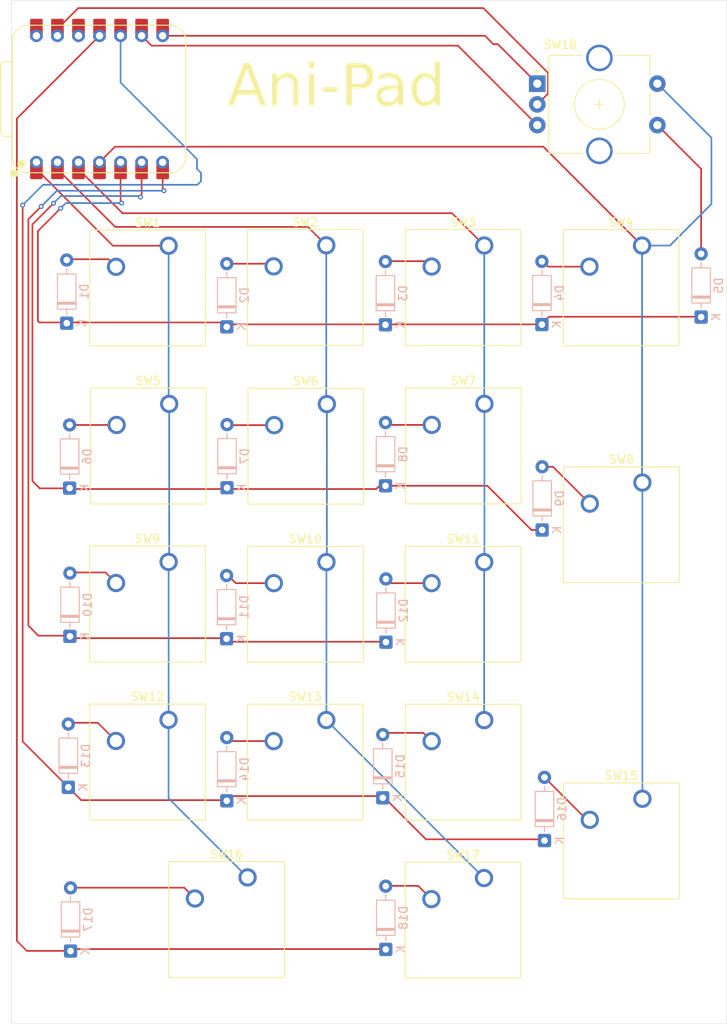
<source format=kicad_pcb>
(kicad_pcb (version 20241229) (generator "pcbnew") (generator_version "9.0")
  (layers (0 "F.Cu" signal) (2 "B.Cu" signal) (13 "F.Paste" user) (15 "B.Paste" user) (5 "F.SilkS" user "F.Silkscreen") (7 "B.SilkS" user "B.Silkscreen") (1 "F.Mask" user) (3 "B.Mask" user) (25 "Edge.Cuts" user))
  (net 0 "")
  (net 1 "Row0")
  (net 2 "Net-(D1-A)")
  (net 3 "Net-(D2-A)")
  (net 4 "Net-(D3-A)")
  (net 5 "Net-(D4-A)")
  (net 6 "Net-(D5-A)")
  (net 7 "Row1")
  (net 8 "Net-(D6-A)")
  (net 9 "Net-(D7-A)")
  (net 10 "Net-(D8-A)")
  (net 11 "Row2")
  (net 12 "Net-(D9-A)")
  (net 13 "Net-(D10-A)")
  (net 14 "Net-(D11-A)")
  (net 15 "Row3")
  (net 16 "Net-(D12-A)")
  (net 17 "Net-(D13-A)")
  (net 18 "Net-(D14-A)")
  (net 19 "Net-(D15-A)")
  (net 20 "Net-(D16-A)")
  (net 21 "Row4")
  (net 22 "Net-(D17-A)")
  (net 23 "Net-(D18-A)")
  (net 24 "Col0")
  (net 25 "Col1")
  (net 26 "Col2")
  (net 27 "Col3")
  (net 28 "RE0")
  (net 29 "GND")
  (net 30 "RE1")
  (net 32 "+5V")
  (footprint "Button_Switch_Keyboard:SW_Cherry_MX_2.00u_Vertical_PCB" (layer "F.Cu") (at 117.18 72.88)
    (property "Reference" "SW8" (at -2.54 -2.794 0) (layer "F.SilkS"))
    (property "Value" "SW_Push")
    (pad "" np_thru_hole circle (at -9.54 -6.82) (size 3.05 3.05) (drill 3.05) (layers "*.Cu" "*.Mask"))
    (pad "" np_thru_hole circle (at -9.54 16.98) (size 3.05 3.05) (drill 3.05) (layers "*.Cu" "*.Mask"))
    (pad "" np_thru_hole circle (at -7.62 5.08) (size 1.7 1.7) (drill 1.7) (layers "*.Cu" "*.Mask"))
    (pad "" np_thru_hole circle (at -2.54 5.08) (size 4 4) (drill 4) (layers "*.Cu" "*.Mask"))
    (pad "" np_thru_hole circle (at 2.54 5.08) (size 1.7 1.7) (drill 1.7) (layers "*.Cu" "*.Mask"))
    (pad "" np_thru_hole circle (at 5.7 -6.82) (size 4 4) (drill 4) (layers "*.Cu" "*.Mask"))
    (pad "" np_thru_hole circle (at 5.7 16.98) (size 4 4) (drill 4) (layers "*.Cu" "*.Mask"))
    (pad "1" thru_hole circle (at 0 0) (size 2.2 2.2) (drill 1.5) (layers "*.Cu" "*.Mask") (net 27 "Col3"))
    (pad "2" thru_hole circle (at -6.35 2.54) (size 2.2 2.2) (drill 1.5) (layers "*.Cu" "*.Mask") (net 12 "Net-(D9-A)"))
  )
  (footprint "Button_Switch_Keyboard:SW_Cherry_MX_1.00u_PCB" (layer "F.Cu") (at 98.09 101.52)
    (property "Reference" "SW14" (at -2.54 -2.794 0) (layer "F.SilkS"))
    (property "Value" "SW_Push")
    (pad "" np_thru_hole circle (at -7.62 5.08) (size 1.7 1.7) (drill 1.7) (layers "*.Cu" "*.Mask"))
    (pad "" np_thru_hole circle (at -2.54 5.08) (size 4 4) (drill 4) (layers "*.Cu" "*.Mask"))
    (pad "" np_thru_hole circle (at 2.54 5.08) (size 1.7 1.7) (drill 1.7) (layers "*.Cu" "*.Mask"))
    (pad "1" thru_hole circle (at 0 0) (size 2.2 2.2) (drill 1.5) (layers "*.Cu" "*.Mask") (net 26 "Col2"))
    (pad "2" thru_hole circle (at -6.35 2.54) (size 2.2 2.2) (drill 1.5) (layers "*.Cu" "*.Mask") (net 19 "Net-(D15-A)"))
  )
  (footprint "Rotary_Encoder:RotaryEncoder_Alps_EC11E-Switch_Vertical_H20mm_CircularMountingHoles" (layer "F.Cu") (at 104.49 24.79)
    (property "Reference" "SW18" (at 2.8 -4.7 0) (layer "F.SilkS"))
    (property "Value" "RotaryEncoder_Switch")
    (pad "A" thru_hole rect (at 0 0) (size 2 2) (drill 1) (layers "*.Cu" "*.Mask") (net 30 "RE1"))
    (pad "B" thru_hole circle (at 0 5) (size 2 2) (drill 1) (layers "*.Cu" "*.Mask") (net 28 "RE0"))
    (pad "C" thru_hole circle (at 0 2.5) (size 2 2) (drill 1) (layers "*.Cu" "*.Mask") (net 29 "GND"))
    (pad "MP" thru_hole circle (at 7.5 -3.1) (size 3.2 3.2) (drill 2.6) (layers "*.Cu" "*.Mask"))
    (pad "MP" thru_hole circle (at 7.5 8.1) (size 3.2 3.2) (drill 2.6) (layers "*.Cu" "*.Mask"))
    (pad "S1" thru_hole circle (at 14.5 5) (size 2 2) (drill 1) (layers "*.Cu" "*.Mask") (net 6 "Net-(D5-A)"))
    (pad "S2" thru_hole circle (at 14.5 0) (size 2 2) (drill 1) (layers "*.Cu" "*.Mask") (net 27 "Col3"))
  )
  (footprint "Button_Switch_Keyboard:SW_Cherry_MX_1.00u_PCB" (layer "F.Cu") (at 79.04 82.47)
    (property "Reference" "SW10" (at -2.54 -2.794 0) (layer "F.SilkS"))
    (property "Value" "SW_Push")
    (pad "" np_thru_hole circle (at -7.62 5.08) (size 1.7 1.7) (drill 1.7) (layers "*.Cu" "*.Mask"))
    (pad "" np_thru_hole circle (at -2.54 5.08) (size 4 4) (drill 4) (layers "*.Cu" "*.Mask"))
    (pad "" np_thru_hole circle (at 2.54 5.08) (size 1.7 1.7) (drill 1.7) (layers "*.Cu" "*.Mask"))
    (pad "1" thru_hole circle (at 0 0) (size 2.2 2.2) (drill 1.5) (layers "*.Cu" "*.Mask") (net 25 "Col1"))
    (pad "2" thru_hole circle (at -6.35 2.54) (size 2.2 2.2) (drill 1.5) (layers "*.Cu" "*.Mask") (net 14 "Net-(D11-A)"))
  )
  (footprint "Button_Switch_Keyboard:SW_Cherry_MX_1.00u_PCB" (layer "F.Cu") (at 98.11 63.39)
    (property "Reference" "SW7" (at -2.54 -2.794 0) (layer "F.SilkS"))
    (property "Value" "SW_Push")
    (pad "" np_thru_hole circle (at -7.62 5.08) (size 1.7 1.7) (drill 1.7) (layers "*.Cu" "*.Mask"))
    (pad "" np_thru_hole circle (at -2.54 5.08) (size 4 4) (drill 4) (layers "*.Cu" "*.Mask"))
    (pad "" np_thru_hole circle (at 2.54 5.08) (size 1.7 1.7) (drill 1.7) (layers "*.Cu" "*.Mask"))
    (pad "1" thru_hole circle (at 0 0) (size 2.2 2.2) (drill 1.5) (layers "*.Cu" "*.Mask") (net 26 "Col2"))
    (pad "2" thru_hole circle (at -6.35 2.54) (size 2.2 2.2) (drill 1.5) (layers "*.Cu" "*.Mask") (net 10 "Net-(D8-A)"))
  )
  (footprint "Button_Switch_Keyboard:SW_Cherry_MX_1.00u_PCB" (layer "F.Cu") (at 98.09 44.3)
    (property "Reference" "SW3" (at -2.54 -2.794 0) (layer "F.SilkS"))
    (property "Value" "SW_Push")
    (pad "" np_thru_hole circle (at -7.62 5.08) (size 1.7 1.7) (drill 1.7) (layers "*.Cu" "*.Mask"))
    (pad "" np_thru_hole circle (at -2.54 5.08) (size 4 4) (drill 4) (layers "*.Cu" "*.Mask"))
    (pad "" np_thru_hole circle (at 2.54 5.08) (size 1.7 1.7) (drill 1.7) (layers "*.Cu" "*.Mask"))
    (pad "1" thru_hole circle (at 0 0) (size 2.2 2.2) (drill 1.5) (layers "*.Cu" "*.Mask") (net 26 "Col2"))
    (pad "2" thru_hole circle (at -6.35 2.54) (size 2.2 2.2) (drill 1.5) (layers "*.Cu" "*.Mask") (net 4 "Net-(D3-A)"))
  )
  (footprint "Button_Switch_Keyboard:SW_Cherry_MX_1.00u_PCB" (layer "F.Cu") (at 79.02 101.51)
    (property "Reference" "SW13" (at -2.54 -2.794 0) (layer "F.SilkS"))
    (property "Value" "SW_Push")
    (pad "" np_thru_hole circle (at -7.62 5.08) (size 1.7 1.7) (drill 1.7) (layers "*.Cu" "*.Mask"))
    (pad "" np_thru_hole circle (at -2.54 5.08) (size 4 4) (drill 4) (layers "*.Cu" "*.Mask"))
    (pad "" np_thru_hole circle (at 2.54 5.08) (size 1.7 1.7) (drill 1.7) (layers "*.Cu" "*.Mask"))
    (pad "1" thru_hole circle (at 0 0) (size 2.2 2.2) (drill 1.5) (layers "*.Cu" "*.Mask") (net 25 "Col1"))
    (pad "2" thru_hole circle (at -6.35 2.54) (size 2.2 2.2) (drill 1.5) (layers "*.Cu" "*.Mask") (net 18 "Net-(D14-A)"))
  )
  (footprint "Button_Switch_Keyboard:SW_Cherry_MX_1.00u_PCB" (layer "F.Cu") (at 79.02 44.28)
    (property "Reference" "SW2" (at -2.54 -2.794 0) (layer "F.SilkS"))
    (property "Value" "SW_Push")
    (pad "" np_thru_hole circle (at -7.62 5.08) (size 1.7 1.7) (drill 1.7) (layers "*.Cu" "*.Mask"))
    (pad "" np_thru_hole circle (at -2.54 5.08) (size 4 4) (drill 4) (layers "*.Cu" "*.Mask"))
    (pad "" np_thru_hole circle (at 2.54 5.08) (size 1.7 1.7) (drill 1.7) (layers "*.Cu" "*.Mask"))
    (pad "1" thru_hole circle (at 0 0) (size 2.2 2.2) (drill 1.5) (layers "*.Cu" "*.Mask") (net 25 "Col1"))
    (pad "2" thru_hole circle (at -6.35 2.54) (size 2.2 2.2) (drill 1.5) (layers "*.Cu" "*.Mask") (net 3 "Net-(D2-A)"))
  )
  (footprint "Button_Switch_Keyboard:SW_Cherry_MX_2.00u_PCB" (layer "F.Cu") (at 69.52 120.4825)
    (property "Reference" "SW16" (at -2.54 -2.794 0) (layer "F.SilkS"))
    (property "Value" "SW_Push")
    (pad "" np_thru_hole circle (at -14.44 -1.92) (size 3.05 3.05) (drill 3.05) (layers "*.Cu" "*.Mask"))
    (pad "" np_thru_hole circle (at -14.44 13.32) (size 4 4) (drill 4) (layers "*.Cu" "*.Mask"))
    (pad "" np_thru_hole circle (at -7.62 5.08) (size 1.7 1.7) (drill 1.7) (layers "*.Cu" "*.Mask"))
    (pad "" np_thru_hole circle (at -2.54 5.08) (size 4 4) (drill 4) (layers "*.Cu" "*.Mask"))
    (pad "" np_thru_hole circle (at 2.54 5.08) (size 1.7 1.7) (drill 1.7) (layers "*.Cu" "*.Mask"))
    (pad "" np_thru_hole circle (at 9.36 -1.92) (size 3.05 3.05) (drill 3.05) (layers "*.Cu" "*.Mask"))
    (pad "" np_thru_hole circle (at 9.36 13.32) (size 4 4) (drill 4) (layers "*.Cu" "*.Mask"))
    (pad "1" thru_hole circle (at 0 0) (size 2.2 2.2) (drill 1.5) (layers "*.Cu" "*.Mask") (net 24 "Col0"))
    (pad "2" thru_hole circle (at -6.35 2.54) (size 2.2 2.2) (drill 1.5) (layers "*.Cu" "*.Mask") (net 22 "Net-(D17-A)"))
  )
  (footprint "OPL:XIAO-RP2040-DIP" (layer "F.Cu") (at 51.65 26.64 90)
    (property "Reference" "U1" (hide yes))
    (property "Value" "XIAO-RP2040-DIP")
    (pad "1" smd roundrect (at -8.455 -7.62 270) (size 2.432 1.524) (layers "F.Cu" "F.Mask") (roundrect_rratio 0.1) (net 24 "Col0"))
    (pad "1" thru_hole circle (at -7.62 -7.62 270) (size 1.524 1.524) (drill 0.889) (layers "*.Cu" "*.Mask") (net 24 "Col0"))
    (pad "2" smd roundrect (at -8.455 -5.08 270) (size 2.432 1.524) (layers "F.Cu" "F.Mask") (roundrect_rratio 0.1) (net 25 "Col1"))
    (pad "2" thru_hole circle (at -7.62 -5.08 270) (size 1.524 1.524) (drill 0.889) (layers "*.Cu" "*.Mask") (net 25 "Col1"))
    (pad "3" smd roundrect (at -8.455 -2.54 270) (size 2.432 1.524) (layers "F.Cu" "F.Mask") (roundrect_rratio 0.1) (net 26 "Col2"))
    (pad "3" thru_hole circle (at -7.62 -2.54 270) (size 1.524 1.524) (drill 0.889) (layers "*.Cu" "*.Mask") (net 26 "Col2"))
    (pad "4" smd roundrect (at -8.455 0 270) (size 2.432 1.524) (layers "F.Cu" "F.Mask") (roundrect_rratio 0.1) (net 27 "Col3"))
    (pad "4" thru_hole circle (at -7.62 0 270) (size 1.524 1.524) (drill 0.889) (layers "*.Cu" "*.Mask") (net 27 "Col3"))
    (pad "5" smd roundrect (at -8.455 2.54 270) (size 2.432 1.524) (layers "F.Cu" "F.Mask") (roundrect_rratio 0.1) (net 1 "Row0"))
    (pad "5" thru_hole circle (at -7.62 2.54 270) (size 1.524 1.524) (drill 0.889) (layers "*.Cu" "*.Mask") (net 1 "Row0"))
    (pad "6" smd roundrect (at -8.455 5.08 270) (size 2.432 1.524) (layers "F.Cu" "F.Mask") (roundrect_rratio 0.1) (net 7 "Row1"))
    (pad "6" thru_hole circle (at -7.62 5.08 270) (size 1.524 1.524) (drill 0.889) (layers "*.Cu" "*.Mask") (net 7 "Row1"))
    (pad "7" smd roundrect (at -8.455 7.62 270) (size 2.432 1.524) (layers "F.Cu" "F.Mask") (roundrect_rratio 0.1) (net 11 "Row2"))
    (pad "7" thru_hole circle (at -7.62 7.62 270) (size 1.524 1.524) (drill 0.889) (layers "*.Cu" "*.Mask") (net 11 "Row2"))
    (pad "8" thru_hole circle (at 7.62 7.62 90) (size 1.524 1.524) (drill 0.889) (layers "*.Cu" "*.Mask") (net 30 "RE1"))
    (pad "8" smd roundrect (at 8.455 7.62 90) (size 2.432 1.524) (layers "F.Cu" "F.Mask") (roundrect_rratio 0.1) (net 30 "RE1"))
    (pad "9" thru_hole circle (at 7.62 5.08 90) (size 1.524 1.524) (drill 0.889) (layers "*.Cu" "*.Mask") (net 28 "RE0"))
    (pad "9" smd roundrect (at 8.455 5.08 90) (size 2.432 1.524) (layers "F.Cu" "F.Mask") (roundrect_rratio 0.1) (net 28 "RE0"))
    (pad "10" thru_hole circle (at 7.62 2.54 90) (size 1.524 1.524) (drill 0.889) (layers "*.Cu" "*.Mask") (net 15 "Row3"))
    (pad "10" smd roundrect (at 8.455 2.54 90) (size 2.432 1.524) (layers "F.Cu" "F.Mask") (roundrect_rratio 0.1) (net 15 "Row3"))
    (pad "11" thru_hole circle (at 7.62 0 90) (size 1.524 1.524) (drill 0.889) (layers "*.Cu" "*.Mask") (net 21 "Row4"))
    (pad "11" smd roundrect (at 8.455 0 90) (size 2.432 1.524) (layers "F.Cu" "F.Mask") (roundrect_rratio 0.1) (net 21 "Row4"))
    (pad "12" thru_hole circle (at 7.62 -2.54 90) (size 1.524 1.524) (drill 0.889) (layers "*.Cu" "*.Mask"))
    (pad "12" smd roundrect (at 8.455 -2.54 90) (size 2.432 1.524) (layers "F.Cu" "F.Mask") (roundrect_rratio 0.1))
    (pad "13" thru_hole circle (at 7.62 -5.08 90) (size 1.524 1.524) (drill 0.889) (layers "*.Cu" "*.Mask") (net 29 "GND"))
    (pad "13" smd roundrect (at 8.455 -5.08 90) (size 2.432 1.524) (layers "F.Cu" "F.Mask") (roundrect_rratio 0.1) (net 29 "GND"))
    (pad "14" thru_hole circle (at 7.62 -7.62 90) (size 1.524 1.524) (drill 0.889) (layers "*.Cu" "*.Mask") (net 32 "+5V"))
    (pad "14" smd roundrect (at 8.455 -7.62 90) (size 2.432 1.524) (layers "F.Cu" "F.Mask") (roundrect_rratio 0.1) (net 32 "+5V"))
  )
  (footprint "Button_Switch_Keyboard:SW_Cherry_MX_1.00u_PCB" (layer "F.Cu") (at 117.14 44.31)
    (property "Reference" "SW4" (at -2.54 -2.794 0) (layer "F.SilkS"))
    (property "Value" "SW_Push")
    (pad "" np_thru_hole circle (at -7.62 5.08) (size 1.7 1.7) (drill 1.7) (layers "*.Cu" "*.Mask"))
    (pad "" np_thru_hole circle (at -2.54 5.08) (size 4 4) (drill 4) (layers "*.Cu" "*.Mask"))
    (pad "" np_thru_hole circle (at 2.54 5.08) (size 1.7 1.7) (drill 1.7) (layers "*.Cu" "*.Mask"))
    (pad "1" thru_hole circle (at 0 0) (size 2.2 2.2) (drill 1.5) (layers "*.Cu" "*.Mask") (net 27 "Col3"))
    (pad "2" thru_hole circle (at -6.35 2.54) (size 2.2 2.2) (drill 1.5) (layers "*.Cu" "*.Mask") (net 5 "Net-(D4-A)"))
  )
  (footprint "Button_Switch_Keyboard:SW_Cherry_MX_2.00u_Vertical_PCB" (layer "F.Cu") (at 117.18 111)
    (property "Reference" "SW15" (at -2.54 -2.794 0) (layer "F.SilkS"))
    (property "Value" "SW_Push")
    (pad "" np_thru_hole circle (at -9.54 -6.82) (size 3.05 3.05) (drill 3.05) (layers "*.Cu" "*.Mask"))
    (pad "" np_thru_hole circle (at -9.54 16.98) (size 3.05 3.05) (drill 3.05) (layers "*.Cu" "*.Mask"))
    (pad "" np_thru_hole circle (at -7.62 5.08) (size 1.7 1.7) (drill 1.7) (layers "*.Cu" "*.Mask"))
    (pad "" np_thru_hole circle (at -2.54 5.08) (size 4 4) (drill 4) (layers "*.Cu" "*.Mask"))
    (pad "" np_thru_hole circle (at 2.54 5.08) (size 1.7 1.7) (drill 1.7) (layers "*.Cu" "*.Mask"))
    (pad "" np_thru_hole circle (at 5.7 -6.82) (size 4 4) (drill 4) (layers "*.Cu" "*.Mask"))
    (pad "" np_thru_hole circle (at 5.7 16.98) (size 4 4) (drill 4) (layers "*.Cu" "*.Mask"))
    (pad "1" thru_hole circle (at 0 0) (size 2.2 2.2) (drill 1.5) (layers "*.Cu" "*.Mask") (net 27 "Col3"))
    (pad "2" thru_hole circle (at -6.35 2.54) (size 2.2 2.2) (drill 1.5) (layers "*.Cu" "*.Mask") (net 20 "Net-(D16-A)"))
  )
  (footprint "Button_Switch_Keyboard:SW_Cherry_MX_1.00u_PCB" (layer "F.Cu") (at 59.99 44.33)
    (property "Reference" "SW1" (at -2.54 -2.794 0) (layer "F.SilkS"))
    (property "Value" "SW_Push")
    (pad "" np_thru_hole circle (at -7.62 5.08) (size 1.7 1.7) (drill 1.7) (layers "*.Cu" "*.Mask"))
    (pad "" np_thru_hole circle (at -2.54 5.08) (size 4 4) (drill 4) (layers "*.Cu" "*.Mask"))
    (pad "" np_thru_hole circle (at 2.54 5.08) (size 1.7 1.7) (drill 1.7) (layers "*.Cu" "*.Mask"))
    (pad "1" thru_hole circle (at 0 0) (size 2.2 2.2) (drill 1.5) (layers "*.Cu" "*.Mask") (net 24 "Col0"))
    (pad "2" thru_hole circle (at -6.35 2.54) (size 2.2 2.2) (drill 1.5) (layers "*.Cu" "*.Mask") (net 2 "Net-(D1-A)"))
  )
  (footprint "Button_Switch_Keyboard:SW_Cherry_MX_1.00u_PCB" (layer "F.Cu") (at 98.08 82.47)
    (property "Reference" "SW11" (at -2.54 -2.794 0) (layer "F.SilkS"))
    (property "Value" "SW_Push")
    (pad "" np_thru_hole circle (at -7.62 5.08) (size 1.7 1.7) (drill 1.7) (layers "*.Cu" "*.Mask"))
    (pad "" np_thru_hole circle (at -2.54 5.08) (size 4 4) (drill 4) (layers "*.Cu" "*.Mask"))
    (pad "" np_thru_hole circle (at 2.54 5.08) (size 1.7 1.7) (drill 1.7) (layers "*.Cu" "*.Mask"))
    (pad "1" thru_hole circle (at 0 0) (size 2.2 2.2) (drill 1.5) (layers "*.Cu" "*.Mask") (net 26 "Col2"))
    (pad "2" thru_hole circle (at -6.35 2.54) (size 2.2 2.2) (drill 1.5) (layers "*.Cu" "*.Mask") (net 16 "Net-(D12-A)"))
  )
  (footprint "Button_Switch_Keyboard:SW_Cherry_MX_1.00u_PCB" (layer "F.Cu") (at 79.09 63.42)
    (property "Reference" "SW6" (at -2.54 -2.794 0) (layer "F.SilkS"))
    (property "Value" "SW_Push")
    (pad "" np_thru_hole circle (at -7.62 5.08) (size 1.7 1.7) (drill 1.7) (layers "*.Cu" "*.Mask"))
    (pad "" np_thru_hole circle (at -2.54 5.08) (size 4 4) (drill 4) (layers "*.Cu" "*.Mask"))
    (pad "" np_thru_hole circle (at 2.54 5.08) (size 1.7 1.7) (drill 1.7) (layers "*.Cu" "*.Mask"))
    (pad "1" thru_hole circle (at 0 0) (size 2.2 2.2) (drill 1.5) (layers "*.Cu" "*.Mask") (net 25 "Col1"))
    (pad "2" thru_hole circle (at -6.35 2.54) (size 2.2 2.2) (drill 1.5) (layers "*.Cu" "*.Mask") (net 9 "Net-(D7-A)"))
  )
  (footprint "Button_Switch_Keyboard:SW_Cherry_MX_1.00u_PCB" (layer "F.Cu") (at 59.98 101.49)
    (property "Reference" "SW12" (at -2.54 -2.794 0) (layer "F.SilkS"))
    (property "Value" "SW_Push")
    (pad "" np_thru_hole circle (at -7.62 5.08) (size 1.7 1.7) (drill 1.7) (layers "*.Cu" "*.Mask"))
    (pad "" np_thru_hole circle (at -2.54 5.08) (size 4 4) (drill 4) (layers "*.Cu" "*.Mask"))
    (pad "" np_thru_hole circle (at 2.54 5.08) (size 1.7 1.7) (drill 1.7) (layers "*.Cu" "*.Mask"))
    (pad "1" thru_hole circle (at 0 0) (size 2.2 2.2) (drill 1.5) (layers "*.Cu" "*.Mask") (net 24 "Col0"))
    (pad "2" thru_hole circle (at -6.35 2.54) (size 2.2 2.2) (drill 1.5) (layers "*.Cu" "*.Mask") (net 17 "Net-(D13-A)"))
  )
  (footprint "Button_Switch_Keyboard:SW_Cherry_MX_1.00u_PCB" (layer "F.Cu") (at 98.06 120.56)
    (property "Reference" "SW17" (at -2.54 -2.794 0) (layer "F.SilkS"))
    (property "Value" "SW_Push")
    (pad "" np_thru_hole circle (at -7.62 5.08) (size 1.7 1.7) (drill 1.7) (layers "*.Cu" "*.Mask"))
    (pad "" np_thru_hole circle (at -2.54 5.08) (size 4 4) (drill 4) (layers "*.Cu" "*.Mask"))
    (pad "" np_thru_hole circle (at 2.54 5.08) (size 1.7 1.7) (drill 1.7) (layers "*.Cu" "*.Mask"))
    (pad "1" thru_hole circle (at 0 0) (size 2.2 2.2) (drill 1.5) (layers "*.Cu" "*.Mask") (net 25 "Col1"))
    (pad "2" thru_hole circle (at -6.35 2.54) (size 2.2 2.2) (drill 1.5) (layers "*.Cu" "*.Mask") (net 23 "Net-(D18-A)"))
  )
  (footprint "Button_Switch_Keyboard:SW_Cherry_MX_1.00u_PCB" (layer "F.Cu") (at 59.99 82.45)
    (property "Reference" "SW9" (at -2.54 -2.794 0) (layer "F.SilkS"))
    (property "Value" "SW_Push")
    (pad "" np_thru_hole circle (at -7.62 5.08) (size 1.7 1.7) (drill 1.7) (layers "*.Cu" "*.Mask"))
    (pad "" np_thru_hole circle (at -2.54 5.08) (size 4 4) (drill 4) (layers "*.Cu" "*.Mask"))
    (pad "" np_thru_hole circle (at 2.54 5.08) (size 1.7 1.7) (drill 1.7) (layers "*.Cu" "*.Mask"))
    (pad "1" thru_hole circle (at 0 0) (size 2.2 2.2) (drill 1.5) (layers "*.Cu" "*.Mask") (net 24 "Col0"))
    (pad "2" thru_hole circle (at -6.35 2.54) (size 2.2 2.2) (drill 1.5) (layers "*.Cu" "*.Mask") (net 13 "Net-(D10-A)"))
  )
  (footprint "Button_Switch_Keyboard:SW_Cherry_MX_1.00u_PCB" (layer "F.Cu") (at 60.06 63.4)
    (property "Reference" "SW5" (at -2.54 -2.794 0) (layer "F.SilkS"))
    (property "Value" "SW_Push")
    (pad "" np_thru_hole circle (at -7.62 5.08) (size 1.7 1.7) (drill 1.7) (layers "*.Cu" "*.Mask"))
    (pad "" np_thru_hole circle (at -2.54 5.08) (size 4 4) (drill 4) (layers "*.Cu" "*.Mask"))
    (pad "" np_thru_hole circle (at 2.54 5.08) (size 1.7 1.7) (drill 1.7) (layers "*.Cu" "*.Mask"))
    (pad "1" thru_hole circle (at 0 0) (size 2.2 2.2) (drill 1.5) (layers "*.Cu" "*.Mask") (net 24 "Col0"))
    (pad "2" thru_hole circle (at -6.35 2.54) (size 2.2 2.2) (drill 1.5) (layers "*.Cu" "*.Mask") (net 8 "Net-(D6-A)"))
  )
  (footprint "Diode_THT:D_DO-35_SOD27_P7.62mm_Horizontal" (layer "B.Cu") (at 86.2 129.16 90)
    (property "Reference" "D18" (at 3.81 2.12 90) (layer "B.SilkS") (effects (justify mirror)))
    (property "Value" "1N4148")
    (fp_text user "K" (at 0 1.8 90) (layer "B.SilkS") (effects (justify mirror)))
    (pad "1" thru_hole roundrect (at 0 0 90) (size 1.6 1.6) (drill 0.8) (layers "*.Cu" "*.Mask") (roundrect_rratio 0.15625) (net 21 "Row4"))
    (pad "2" thru_hole circle (at 7.62 0 90) (size 1.6 1.6) (drill 0.8) (layers "*.Cu" "*.Mask") (net 23 "Net-(D18-A)"))
  )
  (footprint "Diode_THT:D_DO-35_SOD27_P7.62mm_Horizontal" (layer "B.Cu") (at 85.84 110.89 90)
    (property "Reference" "D15" (at 3.81 2.12 90) (layer "B.SilkS") (effects (justify mirror)))
    (property "Value" "1N4148")
    (fp_text user "K" (at 0 1.8 90) (layer "B.SilkS") (effects (justify mirror)))
    (pad "1" thru_hole roundrect (at 0 0 90) (size 1.6 1.6) (drill 0.8) (layers "*.Cu" "*.Mask") (roundrect_rratio 0.15625) (net 15 "Row3"))
    (pad "2" thru_hole circle (at 7.62 0 90) (size 1.6 1.6) (drill 0.8) (layers "*.Cu" "*.Mask") (net 19 "Net-(D15-A)"))
  )
  (footprint "Diode_THT:D_DO-35_SOD27_P7.62mm_Horizontal" (layer "B.Cu") (at 86.22 92.12 90)
    (property "Reference" "D12" (at 3.81 2.12 90) (layer "B.SilkS") (effects (justify mirror)))
    (property "Value" "1N4148")
    (fp_text user "K" (at 0 1.8 90) (layer "B.SilkS") (effects (justify mirror)))
    (pad "1" thru_hole roundrect (at 0 0 90) (size 1.6 1.6) (drill 0.8) (layers "*.Cu" "*.Mask") (roundrect_rratio 0.15625) (net 11 "Row2"))
    (pad "2" thru_hole circle (at 7.62 0 90) (size 1.6 1.6) (drill 0.8) (layers "*.Cu" "*.Mask") (net 16 "Net-(D12-A)"))
  )
  (footprint "Diode_THT:D_DO-35_SOD27_P7.62mm_Horizontal" (layer "B.Cu") (at 48.08 91.42 90)
    (property "Reference" "D10" (at 3.81 2.12 90) (layer "B.SilkS") (effects (justify mirror)))
    (property "Value" "1N4148")
    (fp_text user "K" (at 0 1.8 90) (layer "B.SilkS") (effects (justify mirror)))
    (pad "1" thru_hole roundrect (at 0 0 90) (size 1.6 1.6) (drill 0.8) (layers "*.Cu" "*.Mask") (roundrect_rratio 0.15625) (net 11 "Row2"))
    (pad "2" thru_hole circle (at 7.62 0 90) (size 1.6 1.6) (drill 0.8) (layers "*.Cu" "*.Mask") (net 13 "Net-(D10-A)"))
  )
  (footprint "Diode_THT:D_DO-35_SOD27_P7.62mm_Horizontal" (layer "B.Cu") (at 105.05 53.84 90)
    (property "Reference" "D4" (at 3.81 2.12 90) (layer "B.SilkS") (effects (justify mirror)))
    (property "Value" "1N4148")
    (fp_text user "K" (at 0 1.8 90) (layer "B.SilkS") (effects (justify mirror)))
    (pad "1" thru_hole roundrect (at 0 0 90) (size 1.6 1.6) (drill 0.8) (layers "*.Cu" "*.Mask") (roundrect_rratio 0.15625) (net 1 "Row0"))
    (pad "2" thru_hole circle (at 7.62 0 90) (size 1.6 1.6) (drill 0.8) (layers "*.Cu" "*.Mask") (net 5 "Net-(D4-A)"))
  )
  (footprint "Diode_THT:D_DO-35_SOD27_P7.62mm_Horizontal" (layer "B.Cu") (at 47.88 109.62 90)
    (property "Reference" "D13" (at 3.81 2.12 90) (layer "B.SilkS") (effects (justify mirror)))
    (property "Value" "1N4148")
    (fp_text user "K" (at 0 1.8 90) (layer "B.SilkS") (effects (justify mirror)))
    (pad "1" thru_hole roundrect (at 0 0 90) (size 1.6 1.6) (drill 0.8) (layers "*.Cu" "*.Mask") (roundrect_rratio 0.15625) (net 15 "Row3"))
    (pad "2" thru_hole circle (at 7.62 0 90) (size 1.6 1.6) (drill 0.8) (layers "*.Cu" "*.Mask") (net 17 "Net-(D13-A)"))
  )
  (footprint "Diode_THT:D_DO-35_SOD27_P7.62mm_Horizontal" (layer "B.Cu") (at 67.01 111.25 90)
    (property "Reference" "D14" (at 3.81 2.12 90) (layer "B.SilkS") (effects (justify mirror)))
    (property "Value" "1N4148")
    (fp_text user "K" (at 0 1.8 90) (layer "B.SilkS") (effects (justify mirror)))
    (pad "1" thru_hole roundrect (at 0 0 90) (size 1.6 1.6) (drill 0.8) (layers "*.Cu" "*.Mask") (roundrect_rratio 0.15625) (net 15 "Row3"))
    (pad "2" thru_hole circle (at 7.62 0 90) (size 1.6 1.6) (drill 0.8) (layers "*.Cu" "*.Mask") (net 18 "Net-(D14-A)"))
  )
  (footprint "Diode_THT:D_DO-35_SOD27_P7.62mm_Horizontal" (layer "B.Cu") (at 67.04 73.51 90)
    (property "Reference" "D7" (at 3.81 2.12 90) (layer "B.SilkS") (effects (justify mirror)))
    (property "Value" "1N4148")
    (fp_text user "K" (at 0 1.8 90) (layer "B.SilkS") (effects (justify mirror)))
    (pad "1" thru_hole roundrect (at 0 0 90) (size 1.6 1.6) (drill 0.8) (layers "*.Cu" "*.Mask") (roundrect_rratio 0.15625) (net 7 "Row1"))
    (pad "2" thru_hole circle (at 7.62 0 90) (size 1.6 1.6) (drill 0.8) (layers "*.Cu" "*.Mask") (net 9 "Net-(D7-A)"))
  )
  (footprint "Diode_THT:D_DO-35_SOD27_P7.62mm_Horizontal" (layer "B.Cu") (at 48.04 73.55 90)
    (property "Reference" "D6" (at 3.81 2.12 90) (layer "B.SilkS") (effects (justify mirror)))
    (property "Value" "1N4148")
    (fp_text user "K" (at 0 1.8 90) (layer "B.SilkS") (effects (justify mirror)))
    (pad "1" thru_hole roundrect (at 0 0 90) (size 1.6 1.6) (drill 0.8) (layers "*.Cu" "*.Mask") (roundrect_rratio 0.15625) (net 7 "Row1"))
    (pad "2" thru_hole circle (at 7.62 0 90) (size 1.6 1.6) (drill 0.8) (layers "*.Cu" "*.Mask") (net 8 "Net-(D6-A)"))
  )
  (footprint "Diode_THT:D_DO-35_SOD27_P7.62mm_Horizontal" (layer "B.Cu") (at 86.16 53.86 90)
    (property "Reference" "D3" (at 3.81 2.12 90) (layer "B.SilkS") (effects (justify mirror)))
    (property "Value" "1N4148")
    (fp_text user "K" (at 0 1.8 90) (layer "B.SilkS") (effects (justify mirror)))
    (pad "1" thru_hole roundrect (at 0 0 90) (size 1.6 1.6) (drill 0.8) (layers "*.Cu" "*.Mask") (roundrect_rratio 0.15625) (net 1 "Row0"))
    (pad "2" thru_hole circle (at 7.62 0 90) (size 1.6 1.6) (drill 0.8) (layers "*.Cu" "*.Mask") (net 4 "Net-(D3-A)"))
  )
  (footprint "Diode_THT:D_DO-35_SOD27_P7.62mm_Horizontal" (layer "B.Cu") (at 86.17 73.27 90)
    (property "Reference" "D8" (at 3.81 2.12 90) (layer "B.SilkS") (effects (justify mirror)))
    (property "Value" "1N4148")
    (fp_text user "K" (at 0 1.8 90) (layer "B.SilkS") (effects (justify mirror)))
    (pad "1" thru_hole roundrect (at 0 0 90) (size 1.6 1.6) (drill 0.8) (layers "*.Cu" "*.Mask") (roundrect_rratio 0.15625) (net 7 "Row1"))
    (pad "2" thru_hole circle (at 7.62 0 90) (size 1.6 1.6) (drill 0.8) (layers "*.Cu" "*.Mask") (net 10 "Net-(D8-A)"))
  )
  (footprint "Diode_THT:D_DO-35_SOD27_P7.62mm_Horizontal" (layer "B.Cu") (at 67.01 54.11 90)
    (property "Reference" "D2" (at 3.81 2.12 90) (layer "B.SilkS") (effects (justify mirror)))
    (property "Value" "1N4148")
    (fp_text user "K" (at 0 1.8 90) (layer "B.SilkS") (effects (justify mirror)))
    (pad "1" thru_hole roundrect (at 0 0 90) (size 1.6 1.6) (drill 0.8) (layers "*.Cu" "*.Mask") (roundrect_rratio 0.15625) (net 1 "Row0"))
    (pad "2" thru_hole circle (at 7.62 0 90) (size 1.6 1.6) (drill 0.8) (layers "*.Cu" "*.Mask") (net 3 "Net-(D2-A)"))
  )
  (footprint "Diode_THT:D_DO-35_SOD27_P7.62mm_Horizontal" (layer "B.Cu") (at 105.36 116.04 90)
    (property "Reference" "D16" (at 3.81 2.12 90) (layer "B.SilkS") (effects (justify mirror)))
    (property "Value" "1N4148")
    (fp_text user "K" (at 0 1.8 90) (layer "B.SilkS") (effects (justify mirror)))
    (pad "1" thru_hole roundrect (at 0 0 90) (size 1.6 1.6) (drill 0.8) (layers "*.Cu" "*.Mask") (roundrect_rratio 0.15625) (net 15 "Row3"))
    (pad "2" thru_hole circle (at 7.62 0 90) (size 1.6 1.6) (drill 0.8) (layers "*.Cu" "*.Mask") (net 20 "Net-(D16-A)"))
  )
  (footprint "Diode_THT:D_DO-35_SOD27_P7.62mm_Horizontal" (layer "B.Cu") (at 48.15 129.36 90)
    (property "Reference" "D17" (at 3.81 2.12 90) (layer "B.SilkS") (effects (justify mirror)))
    (property "Value" "1N4148")
    (fp_text user "K" (at 0 1.8 90) (layer "B.SilkS") (effects (justify mirror)))
    (pad "1" thru_hole roundrect (at 0 0 90) (size 1.6 1.6) (drill 0.8) (layers "*.Cu" "*.Mask") (roundrect_rratio 0.15625) (net 21 "Row4"))
    (pad "2" thru_hole circle (at 7.62 0 90) (size 1.6 1.6) (drill 0.8) (layers "*.Cu" "*.Mask") (net 22 "Net-(D17-A)"))
  )
  (footprint "Diode_THT:D_DO-35_SOD27_P7.62mm_Horizontal" (layer "B.Cu") (at 105.08 78.6 90)
    (property "Reference" "D9" (at 3.81 2.12 90) (layer "B.SilkS") (effects (justify mirror)))
    (property "Value" "1N4148")
    (fp_text user "K" (at 0 1.8 90) (layer "B.SilkS") (effects (justify mirror)))
    (pad "1" thru_hole roundrect (at 0 0 90) (size 1.6 1.6) (drill 0.8) (layers "*.Cu" "*.Mask") (roundrect_rratio 0.15625) (net 7 "Row1"))
    (pad "2" thru_hole circle (at 7.62 0 90) (size 1.6 1.6) (drill 0.8) (layers "*.Cu" "*.Mask") (net 12 "Net-(D9-A)"))
  )
  (footprint "Diode_THT:D_DO-35_SOD27_P7.62mm_Horizontal" (layer "B.Cu") (at 47.69 53.67 90)
    (property "Reference" "D1" (at 3.81 2.12 90) (layer "B.SilkS") (effects (justify mirror)))
    (property "Value" "1N4148")
    (fp_text user "K" (at 0 1.8 90) (layer "B.SilkS") (effects (justify mirror)))
    (pad "1" thru_hole roundrect (at 0 0 90) (size 1.6 1.6) (drill 0.8) (layers "*.Cu" "*.Mask") (roundrect_rratio 0.15625) (net 1 "Row0"))
    (pad "2" thru_hole circle (at 7.62 0 90) (size 1.6 1.6) (drill 0.8) (layers "*.Cu" "*.Mask") (net 2 "Net-(D1-A)"))
  )
  (footprint "Diode_THT:D_DO-35_SOD27_P7.62mm_Horizontal" (layer "B.Cu") (at 124.27 52.93 90)
    (property "Reference" "D5" (at 3.81 2.12 90) (layer "B.SilkS") (effects (justify mirror)))
    (property "Value" "1N4148")
    (fp_text user "K" (at 0 1.8 90) (layer "B.SilkS") (effects (justify mirror)))
    (pad "1" thru_hole roundrect (at 0 0 90) (size 1.6 1.6) (drill 0.8) (layers "*.Cu" "*.Mask") (roundrect_rratio 0.15625) (net 1 "Row0"))
    (pad "2" thru_hole circle (at 7.62 0 90) (size 1.6 1.6) (drill 0.8) (layers "*.Cu" "*.Mask") (net 6 "Net-(D5-A)"))
  )
  (footprint "Diode_THT:D_DO-35_SOD27_P7.62mm_Horizontal" (layer "B.Cu") (at 66.99 91.71 90)
    (property "Reference" "D11" (at 3.81 2.12 90) (layer "B.SilkS") (effects (justify mirror)))
    (property "Value" "1N4148")
    (fp_text user "K" (at 0 1.8 90) (layer "B.SilkS") (effects (justify mirror)))
    (pad "1" thru_hole roundrect (at 0 0 90) (size 1.6 1.6) (drill 0.8) (layers "*.Cu" "*.Mask") (roundrect_rratio 0.15625) (net 11 "Row2"))
    (pad "2" thru_hole circle (at 7.62 0 90) (size 1.6 1.6) (drill 0.8) (layers "*.Cu" "*.Mask") (net 14 "Net-(D11-A)"))
  )
  (gr_rect (start 41.03 14.73) (end 127.37 138.13) (stroke (width 0.05)) (fill no) (layer "Edge.Cuts"))
  (gr_text "Ani-Pad" (at 67.05 28.28 0) (layer "F.SilkS") (effects (font (size 5 5) (thickness 0.5)) (justify left bottom)))
  (segment (start 54.19 39.06) (end 54.19 34.26) (width 0.2) (layer "F.Cu") (net 1))
  (segment (start 104.75 53.81) (end 86.01 53.81) (width 0.2) (layer "F.Cu") (net 1))
  (segment (start 54.32 39.19) (end 54.19 39.06) (width 0.2) (layer "F.Cu") (net 1))
  (segment (start 66.18 53.58) (end 66.72 54.12) (width 0.2) (layer "F.Cu") (net 1))
  (segment (start 44.38 53.58) (end 44.21 53.41) (width 0.2) (layer "F.Cu") (net 1))
  (segment (start 86.01 53.81) (end 67.03 53.81) (width 0.2) (layer "F.Cu") (net 1))
  (segment (start 104.83 53.73) (end 104.75 53.81) (width 0.2) (layer "F.Cu") (net 1))
  (segment (start 105.07 53.73) (end 104.83 53.73) (width 0.2) (layer "F.Cu") (net 1))
  (segment (start 67.03 53.81) (end 66.72 54.12) (width 0.2) (layer "F.Cu") (net 1))
  (segment (start 47.58 53.58) (end 66.18 53.58) (width 0.2) (layer "F.Cu") (net 1))
  (segment (start 47.58 53.58) (end 44.38 53.58) (width 0.2) (layer "F.Cu") (net 1))
  (segment (start 44.21 53.41) (end 44.21 42.56) (width 0.2) (layer "F.Cu") (net 1))
  (segment (start 105.91 52.89) (end 105.07 53.73) (width 0.2) (layer "F.Cu") (net 1))
  (segment (start 44.21 42.56) (end 46.96 39.81) (width 0.2) (layer "F.Cu") (net 1))
  (segment (start 124.37 52.89) (end 105.91 52.89) (width 0.2) (layer "F.Cu") (net 1))
  (via (at 54.32 39.19) (size 0.6) (drill 0.3) (layers "F.Cu" "B.Cu") (net 1))
  (via (at 46.96 39.81) (size 0.6) (drill 0.3) (layers "F.Cu" "B.Cu") (net 1))
  (segment (start 46.96 39.81) (end 47.58 39.19) (width 0.2) (layer "B.Cu") (net 1))
  (segment (start 47.58 39.19) (end 54.32 39.19) (width 0.2) (layer "B.Cu") (net 1))
  (segment (start 47.58 45.96) (end 52.73 45.96) (width 0.2) (layer "F.Cu") (net 2))
  (segment (start 52.73 45.96) (end 53.64 46.87) (width 0.2) (layer "F.Cu") (net 2))
  (segment (start 66.72 46.5) (end 72.35 46.5) (width 0.2) (layer "F.Cu") (net 3))
  (segment (start 72.35 46.5) (end 72.67 46.82) (width 0.2) (layer "F.Cu") (net 3))
  (segment (start 91.09 46.19) (end 91.74 46.84) (width 0.2) (layer "F.Cu") (net 4))
  (segment (start 86.01 46.19) (end 91.09 46.19) (width 0.2) (layer "F.Cu") (net 4))
  (segment (start 105.81 46.85) (end 105.07 46.11) (width 0.2) (layer "F.Cu") (net 5))
  (segment (start 110.79 46.85) (end 105.81 46.85) (width 0.2) (layer "F.Cu") (net 5))
  (segment (start 124.27 35.07) (end 124.27 45.31) (width 0.2) (layer "F.Cu") (net 6))
  (segment (start 118.99 29.79) (end 124.27 35.07) (width 0.2) (layer "F.Cu") (net 6))
  (segment (start 47.74 73.66) (end 47.66 73.58) (width 0.2) (layer "F.Cu") (net 7))
  (segment (start 85.79 72.92) (end 85.05 73.66) (width 0.2) (layer "F.Cu") (net 7))
  (segment (start 44.44 73.58) (end 43.55 72.69) (width 0.2) (layer "F.Cu") (net 7))
  (segment (start 47.66 73.58) (end 44.44 73.58) (width 0.2) (layer "F.Cu") (net 7))
  (segment (start 85.99 72.92) (end 85.79 72.92) (width 0.2) (layer "F.Cu") (net 7))
  (segment (start 103.79 78.6) (end 98.46 73.27) (width 0.2) (layer "F.Cu") (net 7))
  (segment (start 67.19 73.66) (end 47.74 73.66) (width 0.2) (layer "F.Cu") (net 7))
  (segment (start 56.73 34.26) (end 56.73 38.33) (width 0.2) (layer "F.Cu") (net 7))
  (segment (start 43.55 72.69) (end 43.55 41.76) (width 0.2) (layer "F.Cu") (net 7))
  (segment (start 98.46 73.27) (end 86.17 73.27) (width 0.2) (layer "F.Cu") (net 7))
  (segment (start 85.05 73.66) (end 67.19 73.66) (width 0.2) (layer "F.Cu") (net 7))
  (segment (start 56.73 38.33) (end 56.6 38.46) (width 0.2) (layer "F.Cu") (net 7))
  (segment (start 105.08 78.6) (end 103.79 78.6) (width 0.2) (layer "F.Cu") (net 7))
  (segment (start 43.55 41.76) (end 46.1 39.21) (width 0.2) (layer "F.Cu") (net 7))
  (via (at 56.6 38.46) (size 0.6) (drill 0.3) (layers "F.Cu" "B.Cu") (net 7))
  (via (at 46.1 39.21) (size 0.6) (drill 0.3) (layers "F.Cu" "B.Cu") (net 7))
  (segment (start 46.1 39.21) (end 46.97 38.34) (width 0.2) (layer "B.Cu") (net 7))
  (segment (start 46.97 38.34) (end 56.48 38.34) (width 0.2) (layer "B.Cu") (net 7))
  (segment (start 56.48 38.34) (end 56.6 38.46) (width 0.2) (layer "B.Cu") (net 7))
  (segment (start 53.71 65.94) (end 47.68 65.94) (width 0.2) (layer "F.Cu") (net 8))
  (segment (start 47.68 65.94) (end 47.66 65.96) (width 0.2) (layer "F.Cu") (net 8))
  (segment (start 72.74 65.96) (end 67.27 65.96) (width 0.2) (layer "F.Cu") (net 9))
  (segment (start 67.27 65.96) (end 67.19 66.04) (width 0.2) (layer "F.Cu") (net 9))
  (segment (start 91.76 65.93) (end 86.62 65.93) (width 0.2) (layer "F.Cu") (net 10))
  (segment (start 86.62 65.93) (end 85.99 65.3) (width 0.2) (layer "F.Cu") (net 10))
  (segment (start 48.06 91.64) (end 47.76 91.34) (width 0.2) (layer "F.Cu") (net 11))
  (segment (start 59.27 37.55) (end 59.27 35.095) (width 0.2) (layer "F.Cu") (net 11))
  (segment (start 43.06 90.13) (end 43.06 41.14) (width 0.2) (layer "F.Cu") (net 11))
  (segment (start 67.1 91.64) (end 48.06 91.64) (width 0.2) (layer "F.Cu") (net 11))
  (segment (start 67.53 92.07) (end 67.1 91.64) (width 0.2) (layer "F.Cu") (net 11))
  (segment (start 59.42 37.7) (end 59.27 37.55) (width 0.2) (layer "F.Cu") (net 11))
  (segment (start 44.27 91.34) (end 43.06 90.13) (width 0.2) (layer "F.Cu") (net 11))
  (segment (start 86.17 92.07) (end 67.53 92.07) (width 0.2) (layer "F.Cu") (net 11))
  (segment (start 43.06 41.14) (end 44.6 39.6) (width 0.2) (layer "F.Cu") (net 11))
  (segment (start 47.76 91.34) (end 44.27 91.34) (width 0.2) (layer "F.Cu") (net 11))
  (via (at 59.42 37.7) (size 0.6) (drill 0.3) (layers "F.Cu" "B.Cu") (net 11))
  (via (at 44.6 39.6) (size 0.6) (drill 0.3) (layers "F.Cu" "B.Cu") (net 11))
  (segment (start 44.6 39.6) (end 46.5 37.7) (width 0.2) (layer "B.Cu") (net 11))
  (segment (start 46.5 37.7) (end 59.42 37.7) (width 0.2) (layer "B.Cu") (net 11))
  (segment (start 110.83 75.42) (end 106.39 70.98) (width 0.2) (layer "F.Cu") (net 12))
  (segment (start 106.39 70.98) (end 105.08 70.98) (width 0.2) (layer "F.Cu") (net 12))
  (segment (start 52.37 83.72) (end 53.64 84.99) (width 0.2) (layer "F.Cu") (net 13))
  (segment (start 47.76 83.72) (end 52.37 83.72) (width 0.2) (layer "F.Cu") (net 13))
  (segment (start 72.69 85.01) (end 68.09 85.01) (width 0.2) (layer "F.Cu") (net 14))
  (segment (start 68.09 85.01) (end 67.1 84.02) (width 0.2) (layer "F.Cu") (net 14))
  (segment (start 85.84 110.68) (end 67.61 110.68) (width 0.2) (layer "F.Cu") (net 15))
  (segment (start 47.73 109.46) (end 42.37 104.1) (width 0.2) (layer "F.Cu") (net 15))
  (segment (start 49.44 111.17) (end 47.73 109.46) (width 0.2) (layer "F.Cu") (net 15))
  (segment (start 67.61 110.68) (end 67.12 111.17) (width 0.2) (layer "F.Cu") (net 15))
  (segment (start 91.05 115.89) (end 85.84 110.68) (width 0.2) (layer "F.Cu") (net 15))
  (segment (start 42.37 104.1) (end 42.37 39.44) (width 0.2) (layer "F.Cu") (net 15))
  (segment (start 105.23 115.89) (end 91.05 115.89) (width 0.2) (layer "F.Cu") (net 15))
  (segment (start 67.12 111.17) (end 49.44 111.17) (width 0.2) (layer "F.Cu") (net 15))
  (via (at 42.37 39.44) (size 0.6) (drill 0.3) (layers "F.Cu" "B.Cu") (net 15))
  (segment (start 63.9 35.55) (end 63.9 36.55) (width 0.2) (layer "B.Cu") (net 15))
  (segment (start 63.41 33.88) (end 54.19 24.66) (width 0.2) (layer "B.Cu") (net 15))
  (segment (start 63.47 36.98) (end 44.83 36.98) (width 0.2) (layer "B.Cu") (net 15))
  (segment (start 63.41 35.06) (end 63.9 35.55) (width 0.2) (layer "B.Cu") (net 15))
  (segment (start 63.9 36.55) (end 63.47 36.98) (width 0.2) (layer "B.Cu") (net 15))
  (segment (start 44.83 36.98) (end 42.37 39.44) (width 0.2) (layer "B.Cu") (net 15))
  (segment (start 63.41 33.88) (end 63.41 35.06) (width 0.2) (layer "B.Cu") (net 15))
  (segment (start 54.19 24.66) (end 54.19 19.02) (width 0.2) (layer "B.Cu") (net 15))
  (segment (start 86.73 85.01) (end 86.17 84.45) (width 0.2) (layer "F.Cu") (net 16))
  (segment (start 91.73 85.01) (end 86.73 85.01) (width 0.2) (layer "F.Cu") (net 16))
  (segment (start 51.44 101.84) (end 53.63 104.03) (width 0.2) (layer "F.Cu") (net 17))
  (segment (start 47.73 101.84) (end 51.44 101.84) (width 0.2) (layer "F.Cu") (net 17))
  (segment (start 72.67 104.05) (end 67.62 104.05) (width 0.2) (layer "F.Cu") (net 18))
  (segment (start 67.62 104.05) (end 67.12 103.55) (width 0.2) (layer "F.Cu") (net 18))
  (segment (start 85.84 103.06) (end 90.74 103.06) (width 0.2) (layer "F.Cu") (net 19))
  (segment (start 90.74 103.06) (end 91.74 104.06) (width 0.2) (layer "F.Cu") (net 19))
  (segment (start 105.36 108.42) (end 110.48 113.54) (width 0.2) (layer "F.Cu") (net 20))
  (segment (start 110.48 113.54) (end 110.83 113.54) (width 0.2) (layer "F.Cu") (net 20))
  (segment (start 42.87 129.34) (end 41.671 128.141) (width 0.2) (layer "F.Cu") (net 21))
  (segment (start 47.95 129.12) (end 47.73 129.34) (width 0.2) (layer "F.Cu") (net 21))
  (segment (start 41.671 128.141) (end 41.671 28.999) (width 0.2) (layer "F.Cu") (net 21))
  (segment (start 85.95 129.12) (end 47.95 129.12) (width 0.2) (layer "F.Cu") (net 21))
  (segment (start 41.671 28.999) (end 51.65 19.02) (width 0.2) (layer "F.Cu") (net 21))
  (segment (start 47.73 129.34) (end 42.87 129.34) (width 0.2) (layer "F.Cu") (net 21))
  (segment (start 61.8675 121.72) (end 63.17 123.0225) (width 0.2) (layer "F.Cu") (net 22))
  (segment (start 47.73 121.72) (end 61.8675 121.72) (width 0.2) (layer "F.Cu") (net 22))
  (segment (start 91.71 123.1) (end 90.11 121.5) (width 0.2) (layer "F.Cu") (net 23))
  (segment (start 90.11 121.5) (end 85.95 121.5) (width 0.2) (layer "F.Cu") (net 23))
  (segment (start 53.265 44.33) (end 44.03 35.095) (width 0.2) (layer "F.Cu") (net 24))
  (segment (start 59.99 44.33) (end 53.265 44.33) (width 0.2) (layer "F.Cu") (net 24))
  (segment (start 59.99 63.33) (end 60.06 63.4) (width 0.2) (layer "B.Cu") (net 24))
  (segment (start 60.06 63.4) (end 60.06 82.38) (width 0.2) (layer "B.Cu") (net 24))
  (segment (start 59.99 82.45) (end 59.99 101.48) (width 0.2) (layer "B.Cu") (net 24))
  (segment (start 60.06 82.38) (end 59.99 82.45) (width 0.2) (layer "B.Cu") (net 24))
  (segment (start 59.99 44.33) (end 59.99 63.33) (width 0.2) (layer "B.Cu") (net 24))
  (segment (start 59.99 101.48) (end 59.98 101.49) (width 0.2) (layer "B.Cu") (net 24))
  (segment (start 59.98 101.49) (end 59.98 110.9425) (width 0.2) (layer "B.Cu") (net 24))
  (segment (start 59.98 110.9425) (end 69.52 120.4825) (width 0.2) (layer "B.Cu") (net 24))
  (segment (start 79.02 44.28) (end 76.8 42.06) (width 0.2) (layer "F.Cu") (net 25))
  (segment (start 76.8 42.06) (end 53.535 42.06) (width 0.2) (layer "F.Cu") (net 25))
  (segment (start 53.535 42.06) (end 46.57 35.095) (width 0.2) (layer "F.Cu") (net 25))
  (segment (start 79.09 82.42) (end 79.04 82.47) (width 0.2) (layer "B.Cu") (net 25))
  (segment (start 79.02 44.28) (end 79.02 63.35) (width 0.2) (layer "B.Cu") (net 25))
  (segment (start 79.04 101.49) (end 79.02 101.51) (width 0.2) (layer "B.Cu") (net 25))
  (segment (start 79.02 63.35) (end 79.09 63.42) (width 0.2) (layer "B.Cu") (net 25))
  (segment (start 79.04 82.47) (end 79.04 101.49) (width 0.2) (layer "B.Cu") (net 25))
  (segment (start 79.02 101.51) (end 98.06 120.55) (width 0.2) (layer "B.Cu") (net 25))
  (segment (start 79.09 63.42) (end 79.09 82.42) (width 0.2) (layer "B.Cu") (net 25))
  (segment (start 98.06 120.55) (end 98.06 120.56) (width 0.2) (layer "B.Cu") (net 25))
  (segment (start 94.2 40.41) (end 54.41 40.41) (width 0.2) (layer "F.Cu") (net 26))
  (segment (start 98.09 44.3) (end 94.2 40.41) (width 0.2) (layer "F.Cu") (net 26))
  (segment (start 54.41 40.41) (end 54.24 40.24) (width 0.2) (layer "F.Cu") (net 26))
  (segment (start 54.24 40.225) (end 49.11 35.095) (width 0.2) (layer "F.Cu") (net 26))
  (segment (start 98.09 63.37) (end 98.11 63.39) (width 0.2) (layer "B.Cu") (net 26))
  (segment (start 98.11 82.44) (end 98.08 82.47) (width 0.2) (layer "B.Cu") (net 26))
  (segment (start 98.08 82.47) (end 98.08 101.51) (width 0.2) (layer "B.Cu") (net 26))
  (segment (start 98.11 63.39) (end 98.11 82.44) (width 0.2) (layer "B.Cu") (net 26))
  (segment (start 98.09 44.3) (end 98.09 63.37) (width 0.2) (layer "B.Cu") (net 26))
  (segment (start 98.08 101.51) (end 98.09 101.52) (width 0.2) (layer "B.Cu") (net 26))
  (segment (start 105.22 32.39) (end 53.52 32.39) (width 0.2) (layer "F.Cu") (net 27))
  (segment (start 117.14 44.31) (end 105.22 32.39) (width 0.2) (layer "F.Cu") (net 27))
  (segment (start 53.52 32.39) (end 51.65 34.26) (width 0.2) (layer "F.Cu") (net 27))
  (segment (start 117.14 44.31) (end 120.51 44.31) (width 0.2) (layer "B.Cu") (net 27))
  (segment (start 125.51 31.31) (end 118.99 24.79) (width 0.2) (layer "B.Cu") (net 27))
  (segment (start 120.51 44.31) (end 125.51 39.31) (width 0.2) (layer "B.Cu") (net 27))
  (segment (start 117.14 72.84) (end 117.18 72.88) (width 0.2) (layer "B.Cu") (net 27))
  (segment (start 117.18 72.88) (end 117.18 111) (width 0.2) (layer "B.Cu") (net 27))
  (segment (start 117.14 44.31) (end 117.14 72.84) (width 0.2) (layer "B.Cu") (net 27))
  (segment (start 125.51 39.31) (end 125.51 31.31) (width 0.2) (layer "B.Cu") (net 27))
  (segment (start 94.91 20.21) (end 57.92 20.21) (width 0.2) (layer "F.Cu") (net 28))
  (segment (start 104.49 29.79) (end 94.91 20.21) (width 0.2) (layer "F.Cu") (net 28))
  (segment (start 57.92 20.21) (end 56.73 19.02) (width 0.2) (layer "F.Cu") (net 28))
  (segment (start 104.49 27.29) (end 105.791 25.989) (width 0.2) (layer "F.Cu") (net 29))
  (segment (start 49.074 15.681) (end 46.57 18.185) (width 0.2) (layer "F.Cu") (net 29))
  (segment (start 97.983 15.681) (end 49.074 15.681) (width 0.2) (layer "F.Cu") (net 29))
  (segment (start 105.791 25.989) (end 105.791 23.489) (width 0.2) (layer "F.Cu") (net 29))
  (segment (start 105.791 23.489) (end 97.983 15.681) (width 0.2) (layer "F.Cu") (net 29))
  (segment (start 98.18 19.02) (end 59.27 19.02) (width 0.2) (layer "F.Cu") (net 30))
  (segment (start 99.73 20.03) (end 99.19 20.03) (width 0.2) (layer "F.Cu") (net 30))
  (segment (start 104.49 24.79) (end 99.73 20.03) (width 0.2) (layer "F.Cu") (net 30))
  (segment (start 99.19 20.03) (end 98.18 19.02) (width 0.2) (layer "F.Cu") (net 30))
)
</source>
